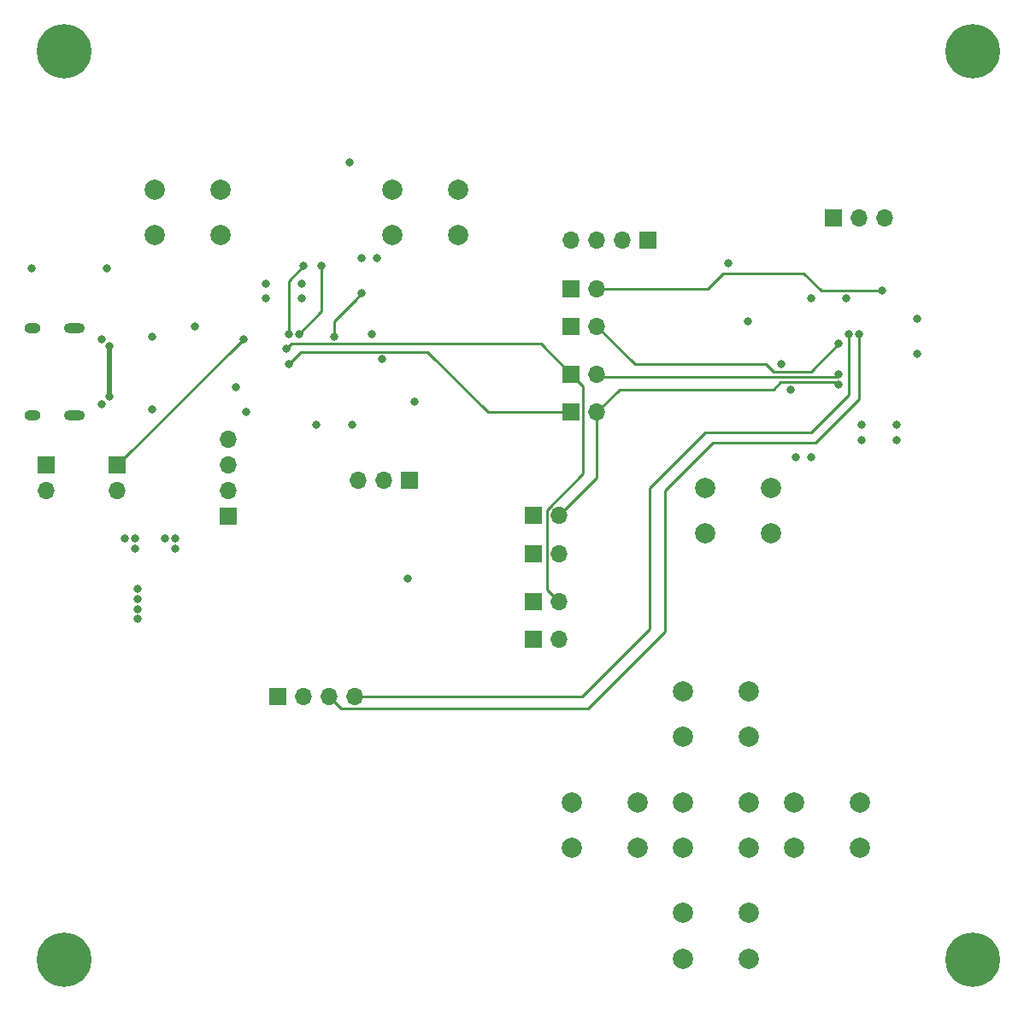
<source format=gbr>
%TF.GenerationSoftware,KiCad,Pcbnew,(5.1.6)-1*%
%TF.CreationDate,2020-09-28T21:59:18+02:00*%
%TF.ProjectId,BMP-Arduino,424d502d-4172-4647-9569-6e6f2e6b6963,0.1*%
%TF.SameCoordinates,Original*%
%TF.FileFunction,Copper,L4,Bot*%
%TF.FilePolarity,Positive*%
%FSLAX46Y46*%
G04 Gerber Fmt 4.6, Leading zero omitted, Abs format (unit mm)*
G04 Created by KiCad (PCBNEW (5.1.6)-1) date 2020-09-28 21:59:18*
%MOMM*%
%LPD*%
G01*
G04 APERTURE LIST*
%TA.AperFunction,ComponentPad*%
%ADD10O,1.700000X1.700000*%
%TD*%
%TA.AperFunction,ComponentPad*%
%ADD11R,1.700000X1.700000*%
%TD*%
%TA.AperFunction,ComponentPad*%
%ADD12C,2.000000*%
%TD*%
%TA.AperFunction,ComponentPad*%
%ADD13O,2.100000X1.000000*%
%TD*%
%TA.AperFunction,ComponentPad*%
%ADD14O,1.600000X1.000000*%
%TD*%
%TA.AperFunction,ComponentPad*%
%ADD15C,0.800000*%
%TD*%
%TA.AperFunction,ComponentPad*%
%ADD16C,5.400000*%
%TD*%
%TA.AperFunction,ViaPad*%
%ADD17C,0.800000*%
%TD*%
%TA.AperFunction,Conductor*%
%ADD18C,0.254000*%
%TD*%
%TA.AperFunction,Conductor*%
%ADD19C,0.508000*%
%TD*%
G04 APERTURE END LIST*
D10*
%TO.P,JP2,2*%
%TO.N,/BMP-RX*%
X143875000Y-108485000D03*
D11*
%TO.P,JP2,1*%
%TO.N,Net-(JP2-Pad1)*%
X141335000Y-108485000D03*
%TD*%
D10*
%TO.P,JP5,2*%
%TO.N,/CPU-TX*%
X143875000Y-96235000D03*
D11*
%TO.P,JP5,1*%
%TO.N,Net-(JP5-Pad1)*%
X141335000Y-96235000D03*
%TD*%
D10*
%TO.P,JP4,2*%
%TO.N,/CPU-RX*%
X143875000Y-99985000D03*
D11*
%TO.P,JP4,1*%
%TO.N,Net-(JP4-Pad1)*%
X141335000Y-99985000D03*
%TD*%
D10*
%TO.P,JP3,2*%
%TO.N,/BMP-TX*%
X143875000Y-104735000D03*
D11*
%TO.P,JP3,1*%
%TO.N,Net-(JP3-Pad1)*%
X141335000Y-104735000D03*
%TD*%
%TO.P,JP11,1*%
%TO.N,+3V3*%
X129085000Y-92735000D03*
D10*
%TO.P,JP11,2*%
%TO.N,Net-(JP11-Pad2)*%
X126545000Y-92735000D03*
%TO.P,JP11,3*%
%TO.N,GND*%
X124005000Y-92735000D03*
%TD*%
D12*
%TO.P,SW1,2*%
%TO.N,Net-(C3-Pad1)*%
X127335000Y-68485000D03*
%TO.P,SW1,1*%
%TO.N,GND*%
X127335000Y-63985000D03*
%TO.P,SW1,2*%
%TO.N,Net-(C3-Pad1)*%
X133835000Y-68485000D03*
%TO.P,SW1,1*%
%TO.N,GND*%
X133835000Y-63985000D03*
%TD*%
D13*
%TO.P,J1,S1*%
%TO.N,Net-(J1-PadS1)*%
X95886000Y-86333000D03*
X95886000Y-77693000D03*
D14*
X91706000Y-77693000D03*
X91706000Y-86333000D03*
%TD*%
D12*
%TO.P,SW7,1*%
%TO.N,GND*%
X162660000Y-113625000D03*
%TO.P,SW7,2*%
%TO.N,/MCU/PB1*%
X162660000Y-118125000D03*
%TO.P,SW7,1*%
%TO.N,GND*%
X156160000Y-113625000D03*
%TO.P,SW7,2*%
%TO.N,/MCU/PB1*%
X156160000Y-118125000D03*
%TD*%
%TO.P,SW6,1*%
%TO.N,GND*%
X151660000Y-124625000D03*
%TO.P,SW6,2*%
%TO.N,/MCU/PB2*%
X151660000Y-129125000D03*
%TO.P,SW6,1*%
%TO.N,GND*%
X145160000Y-124625000D03*
%TO.P,SW6,2*%
%TO.N,/MCU/PB2*%
X145160000Y-129125000D03*
%TD*%
%TO.P,SW4,1*%
%TO.N,GND*%
X173660000Y-124625000D03*
%TO.P,SW4,2*%
%TO.N,/MCU/PB3*%
X173660000Y-129125000D03*
%TO.P,SW4,1*%
%TO.N,GND*%
X167160000Y-124625000D03*
%TO.P,SW4,2*%
%TO.N,/MCU/PB3*%
X167160000Y-129125000D03*
%TD*%
%TO.P,SW3,1*%
%TO.N,GND*%
X162660000Y-135625000D03*
%TO.P,SW3,2*%
%TO.N,/MCU/PB4*%
X162660000Y-140125000D03*
%TO.P,SW3,1*%
%TO.N,GND*%
X156160000Y-135625000D03*
%TO.P,SW3,2*%
%TO.N,/MCU/PB4*%
X156160000Y-140125000D03*
%TD*%
D10*
%TO.P,U3,2*%
%TO.N,+3V3*%
X118565000Y-114195000D03*
D11*
%TO.P,U3,1*%
%TO.N,GND*%
X116025000Y-114195000D03*
D10*
%TO.P,U3,3*%
%TO.N,/MCU/SCK*%
X121105000Y-114195000D03*
%TO.P,U3,4*%
%TO.N,/MCU/SDA*%
X123645000Y-114195000D03*
%TD*%
D12*
%TO.P,SW5,1*%
%TO.N,GND*%
X158335000Y-97985000D03*
%TO.P,SW5,2*%
%TO.N,Net-(C11-Pad1)*%
X158335000Y-93485000D03*
%TO.P,SW5,1*%
%TO.N,GND*%
X164835000Y-97985000D03*
%TO.P,SW5,2*%
%TO.N,Net-(C11-Pad1)*%
X164835000Y-93485000D03*
%TD*%
%TO.P,SW8,1*%
%TO.N,GND*%
X162660000Y-124625000D03*
%TO.P,SW8,2*%
%TO.N,/MCU/PB0*%
X162660000Y-129125000D03*
%TO.P,SW8,1*%
%TO.N,GND*%
X156160000Y-124625000D03*
%TO.P,SW8,2*%
%TO.N,/MCU/PB0*%
X156160000Y-129125000D03*
%TD*%
%TO.P,SW2,1*%
%TO.N,GND*%
X110335000Y-63985000D03*
%TO.P,SW2,2*%
%TO.N,Net-(R14-Pad2)*%
X110335000Y-68485000D03*
%TO.P,SW2,1*%
%TO.N,GND*%
X103835000Y-63985000D03*
%TO.P,SW2,2*%
%TO.N,Net-(R14-Pad2)*%
X103835000Y-68485000D03*
%TD*%
D10*
%TO.P,JP12,3*%
%TO.N,GND*%
X176125000Y-66735000D03*
%TO.P,JP12,2*%
%TO.N,Net-(JP12-Pad2)*%
X173585000Y-66735000D03*
D11*
%TO.P,JP12,1*%
%TO.N,+3V3*%
X171045000Y-66735000D03*
%TD*%
D10*
%TO.P,JP10,2*%
%TO.N,VBUS*%
X100085000Y-93775000D03*
D11*
%TO.P,JP10,1*%
%TO.N,Net-(JP10-Pad1)*%
X100085000Y-91235000D03*
%TD*%
D10*
%TO.P,JP9,2*%
%TO.N,/MCU/SWDCLK*%
X147625000Y-73735000D03*
D11*
%TO.P,JP9,1*%
%TO.N,/BMP/SWDCLK_Target*%
X145085000Y-73735000D03*
%TD*%
D10*
%TO.P,JP8,2*%
%TO.N,/MCU/SWDIO*%
X147625000Y-77485000D03*
D11*
%TO.P,JP8,1*%
%TO.N,/BMP/SWDIO_Target*%
X145085000Y-77485000D03*
%TD*%
D10*
%TO.P,JP7,2*%
%TO.N,/CPU-RX*%
X147625000Y-82235000D03*
D11*
%TO.P,JP7,1*%
%TO.N,/BMP-TX*%
X145085000Y-82235000D03*
%TD*%
D10*
%TO.P,JP6,2*%
%TO.N,/CPU-TX*%
X147625000Y-85985000D03*
D11*
%TO.P,JP6,1*%
%TO.N,/BMP-RX*%
X145085000Y-85985000D03*
%TD*%
D10*
%TO.P,JP1,2*%
%TO.N,VBUS*%
X93085000Y-93775000D03*
D11*
%TO.P,JP1,1*%
%TO.N,Net-(J1-PadA4)*%
X93085000Y-91235000D03*
%TD*%
D10*
%TO.P,J3,4*%
%TO.N,GND*%
X145045000Y-68985000D03*
%TO.P,J3,3*%
%TO.N,/MCU/SWDIO*%
X147585000Y-68985000D03*
%TO.P,J3,2*%
%TO.N,/MCU/SWDCLK*%
X150125000Y-68985000D03*
D11*
%TO.P,J3,1*%
%TO.N,+3V3*%
X152665000Y-68985000D03*
%TD*%
D10*
%TO.P,J2,4*%
%TO.N,GND*%
X111085000Y-88695000D03*
%TO.P,J2,3*%
%TO.N,/BMP/SWDCLK*%
X111085000Y-91235000D03*
%TO.P,J2,2*%
%TO.N,/BMP/SWDIO*%
X111085000Y-93775000D03*
D11*
%TO.P,J2,1*%
%TO.N,+3V3*%
X111085000Y-96315000D03*
%TD*%
D15*
%TO.P,H4,1*%
%TO.N,GND*%
X186266891Y-138803109D03*
X184835000Y-138210000D03*
X183403109Y-138803109D03*
X182810000Y-140235000D03*
X183403109Y-141666891D03*
X184835000Y-142260000D03*
X186266891Y-141666891D03*
X186860000Y-140235000D03*
D16*
X184835000Y-140235000D03*
%TD*%
D15*
%TO.P,H3,1*%
%TO.N,GND*%
X186266891Y-48803109D03*
X184835000Y-48210000D03*
X183403109Y-48803109D03*
X182810000Y-50235000D03*
X183403109Y-51666891D03*
X184835000Y-52260000D03*
X186266891Y-51666891D03*
X186860000Y-50235000D03*
D16*
X184835000Y-50235000D03*
%TD*%
D15*
%TO.P,H2,1*%
%TO.N,GND*%
X96266891Y-138803109D03*
X94835000Y-138210000D03*
X93403109Y-138803109D03*
X92810000Y-140235000D03*
X93403109Y-141666891D03*
X94835000Y-142260000D03*
X96266891Y-141666891D03*
X96860000Y-140235000D03*
D16*
X94835000Y-140235000D03*
%TD*%
D15*
%TO.P,H1,1*%
%TO.N,GND*%
X96266891Y-48803109D03*
X94835000Y-48210000D03*
X93403109Y-48803109D03*
X92810000Y-50235000D03*
X93403109Y-51666891D03*
X94835000Y-52260000D03*
X96266891Y-51666891D03*
X96860000Y-50235000D03*
D16*
X94835000Y-50235000D03*
%TD*%
D17*
%TO.N,GND*%
X105835000Y-98485000D03*
X104835000Y-98485000D03*
X105835000Y-99485000D03*
X129585000Y-84985000D03*
X126335000Y-80735000D03*
X119835000Y-87235000D03*
X125835000Y-70735000D03*
X118335000Y-73235000D03*
%TO.N,+3V3*%
X114835000Y-73235000D03*
X114835000Y-74735000D03*
X124335000Y-70735000D03*
X123335000Y-87235000D03*
X125335000Y-78235000D03*
%TO.N,GND*%
X173835000Y-87235000D03*
X173835000Y-88735000D03*
X167335000Y-90485000D03*
X162585000Y-76985000D03*
X160585000Y-71235000D03*
X165835000Y-81235000D03*
X179335000Y-80235000D03*
X172335000Y-74735000D03*
X98585000Y-85235000D03*
X98585000Y-78735000D03*
X111835000Y-83485000D03*
X103585000Y-78485000D03*
X103585000Y-85735000D03*
X123085000Y-61235000D03*
X118335000Y-74735000D03*
X91585000Y-71735000D03*
X101835000Y-99485000D03*
X100835000Y-98485000D03*
X101835000Y-98485000D03*
X128835000Y-102485000D03*
%TO.N,+3V3*%
X177335000Y-87235000D03*
X177335000Y-88735000D03*
X168835000Y-90485000D03*
X179335000Y-76735000D03*
X168835000Y-74735000D03*
X166835000Y-83735000D03*
X112835000Y-85985000D03*
X107835000Y-77485000D03*
X99085000Y-71735000D03*
X102085000Y-103485000D03*
X102085000Y-104485000D03*
X102085000Y-105485000D03*
X102085000Y-106485000D03*
%TO.N,/BMP-RX*%
X117085000Y-81235000D03*
%TO.N,/BMP-TX*%
X116835000Y-79735000D03*
%TO.N,/BMP/LED2*%
X117085000Y-78235000D03*
X118585000Y-71485000D03*
%TO.N,/BMP/LED1*%
X118085000Y-78235000D03*
X120335000Y-71485000D03*
%TO.N,Net-(C3-Pad1)*%
X121585000Y-78485000D03*
X124335000Y-74235000D03*
%TO.N,/CPU-RX*%
X171585000Y-82235000D03*
%TO.N,/CPU-TX*%
X171585000Y-83235003D03*
%TO.N,/MCU/SWDIO*%
X171585000Y-79235000D03*
%TO.N,/MCU/SWDCLK*%
X175835000Y-73985000D03*
%TO.N,/MCU/SDA*%
X172585000Y-78235000D03*
%TO.N,/MCU/SCK*%
X173585000Y-78235000D03*
%TO.N,Net-(J1-PadA4)*%
X99335000Y-84485000D03*
X99335000Y-79485000D03*
%TO.N,Net-(JP10-Pad1)*%
X112585000Y-78735000D03*
%TD*%
D18*
%TO.N,/BMP-RX*%
X118312001Y-80007999D02*
X130857999Y-80007999D01*
X117085000Y-81235000D02*
X118312001Y-80007999D01*
X136835000Y-85985000D02*
X145085000Y-85985000D01*
X130857999Y-80007999D02*
X136835000Y-85985000D01*
%TO.N,/BMP-TX*%
X142085000Y-79235000D02*
X145085000Y-82235000D01*
X116835000Y-79735000D02*
X117335000Y-79235000D01*
X117335000Y-79235000D02*
X142085000Y-79235000D01*
%TO.N,/BMP/LED2*%
X117085000Y-78235000D02*
X117085000Y-72985000D01*
X117085000Y-72985000D02*
X118585000Y-71485000D01*
%TO.N,/BMP/LED1*%
X118085000Y-78235000D02*
X120335000Y-75985000D01*
X120335000Y-75985000D02*
X120335000Y-71485000D01*
%TO.N,Net-(C3-Pad1)*%
X123585000Y-74985000D02*
X124335000Y-74235000D01*
X121585000Y-78485000D02*
X121585000Y-76985000D01*
X121585000Y-76985000D02*
X123585000Y-74985000D01*
%TO.N,/CPU-RX*%
X171335000Y-82485000D02*
X171585000Y-82235000D01*
X147625000Y-82235000D02*
X147875000Y-82485000D01*
X147875000Y-82485000D02*
X171335000Y-82485000D01*
%TO.N,/CPU-TX*%
X149875000Y-83735000D02*
X147625000Y-85985000D01*
X165085000Y-83735000D02*
X149875000Y-83735000D01*
X165812001Y-83007999D02*
X165085000Y-83735000D01*
X171585000Y-83235003D02*
X171357996Y-83007999D01*
X171357996Y-83007999D02*
X165812001Y-83007999D01*
%TO.N,/MCU/SWDIO*%
X164355000Y-81235000D02*
X151375000Y-81235000D01*
X165082001Y-81962001D02*
X164355000Y-81235000D01*
X151375000Y-81235000D02*
X147625000Y-77485000D01*
X171585000Y-79235000D02*
X168857999Y-81962001D01*
X168857999Y-81962001D02*
X165082001Y-81962001D01*
%TO.N,/MCU/SWDCLK*%
X158585000Y-73735000D02*
X147625000Y-73735000D01*
X160085000Y-72235000D02*
X158585000Y-73735000D01*
X168085000Y-72235000D02*
X160085000Y-72235000D01*
X175835000Y-73985000D02*
X169835000Y-73985000D01*
X169835000Y-73985000D02*
X168085000Y-72235000D01*
%TO.N,/MCU/SDA*%
X123645000Y-114195000D02*
X146125000Y-114195000D01*
X168835000Y-87985000D02*
X172585000Y-84235000D01*
X146125000Y-114195000D02*
X152835000Y-107485000D01*
X152835000Y-107485000D02*
X152835000Y-93485000D01*
X152835000Y-93485000D02*
X158335000Y-87985000D01*
X172585000Y-84235000D02*
X172585000Y-78235000D01*
X158335000Y-87985000D02*
X168835000Y-87985000D01*
%TO.N,/MCU/SCK*%
X173585000Y-84659038D02*
X173585000Y-78235000D01*
X159085000Y-88985000D02*
X169259038Y-88985000D01*
X122282001Y-115372001D02*
X146697999Y-115372001D01*
X169259038Y-88985000D02*
X173585000Y-84659038D01*
X146697999Y-115372001D02*
X154335000Y-107735000D01*
X121105000Y-114195000D02*
X122282001Y-115372001D01*
X154335000Y-107735000D02*
X154335000Y-93735000D01*
X154335000Y-93735000D02*
X159085000Y-88985000D01*
D19*
%TO.N,Net-(J1-PadA4)*%
X99335000Y-84485000D02*
X99335000Y-79485000D01*
D18*
%TO.N,Net-(JP10-Pad1)*%
X100085000Y-91235000D02*
X112585000Y-78735000D01*
%TO.N,/CPU-TX*%
X147625000Y-92485000D02*
X147625000Y-85985000D01*
X143875000Y-96235000D02*
X147625000Y-92485000D01*
%TO.N,/BMP-TX*%
X142697999Y-103557999D02*
X143875000Y-104735000D01*
X142697999Y-95670039D02*
X142697999Y-103557999D01*
X146262001Y-92106037D02*
X142697999Y-95670039D01*
X146262001Y-83412001D02*
X146262001Y-92106037D01*
X145085000Y-82235000D02*
X146262001Y-83412001D01*
%TD*%
M02*

</source>
